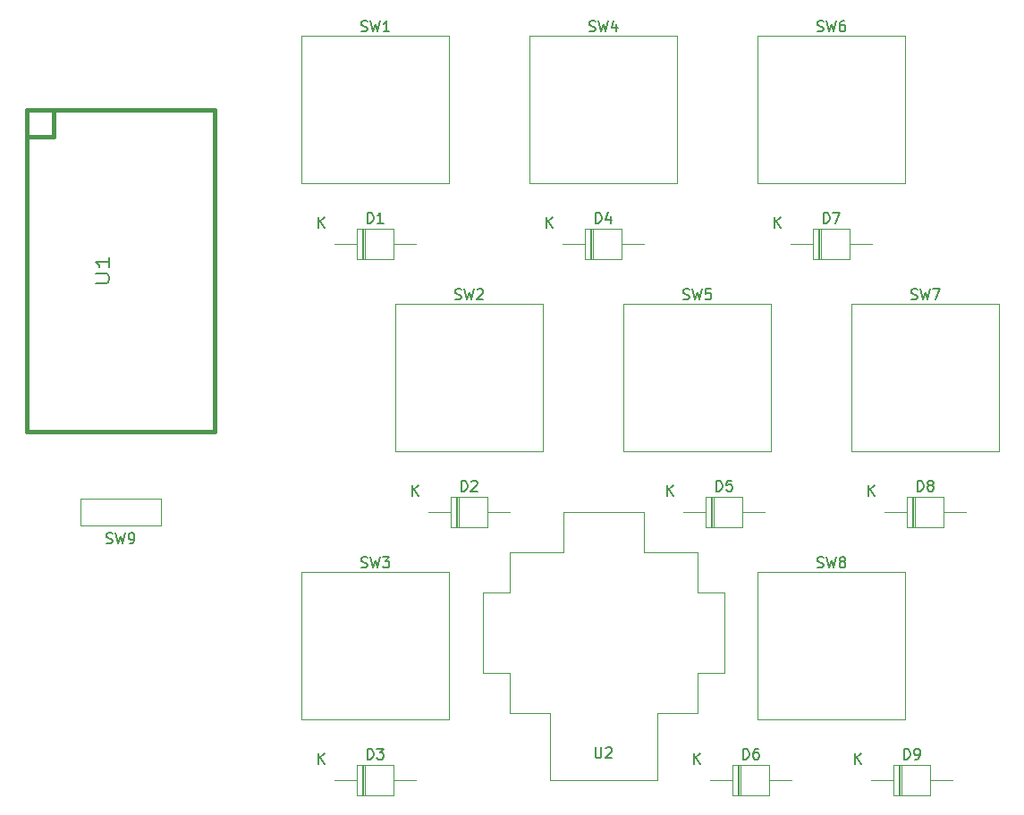
<source format=gbr>
G04 #@! TF.GenerationSoftware,KiCad,Pcbnew,5.1.4*
G04 #@! TF.CreationDate,2019-10-24T02:20:19+09:00*
G04 #@! TF.ProjectId,key_prac,6b65795f-7072-4616-932e-6b696361645f,rev?*
G04 #@! TF.SameCoordinates,PX3072580PY3dc4fd0*
G04 #@! TF.FileFunction,Legend,Top*
G04 #@! TF.FilePolarity,Positive*
%FSLAX46Y46*%
G04 Gerber Fmt 4.6, Leading zero omitted, Abs format (unit mm)*
G04 Created by KiCad (PCBNEW 5.1.4) date 2019-10-24 02:20:19*
%MOMM*%
%LPD*%
G04 APERTURE LIST*
%ADD10C,0.120000*%
%ADD11C,0.381000*%
%ADD12C,0.150000*%
%ADD13C,0.203200*%
G04 APERTURE END LIST*
D10*
X38735000Y-47625000D02*
X38735000Y-33655000D01*
X52705000Y-47625000D02*
X38735000Y-47625000D01*
X52705000Y-33655000D02*
X52705000Y-47625000D01*
X38735000Y-33655000D02*
X52705000Y-33655000D01*
X49530000Y-72390000D02*
X53340000Y-72390000D01*
X49530000Y-68580000D02*
X49530000Y-72390000D01*
X46990000Y-68580000D02*
X49530000Y-68580000D01*
X46990000Y-60960000D02*
X46990000Y-68580000D01*
X49530000Y-60960000D02*
X46990000Y-60960000D01*
X49530000Y-57150000D02*
X49530000Y-60960000D01*
X54610000Y-57150000D02*
X49530000Y-57150000D01*
X54610000Y-53340000D02*
X54610000Y-57150000D01*
X62230000Y-53340000D02*
X54610000Y-53340000D01*
X62230000Y-57150000D02*
X62230000Y-53340000D01*
X67310000Y-57150000D02*
X62230000Y-57150000D01*
X67310000Y-60960000D02*
X67310000Y-57150000D01*
X69850000Y-60960000D02*
X67310000Y-60960000D01*
X69850000Y-68580000D02*
X69850000Y-60960000D01*
X67310000Y-68580000D02*
X69850000Y-68580000D01*
X67310000Y-72390000D02*
X67310000Y-68580000D01*
X63500000Y-72390000D02*
X67310000Y-72390000D01*
X63500000Y-78740000D02*
X63500000Y-72390000D01*
X53340000Y-78740000D02*
X63500000Y-78740000D01*
X53340000Y-72390000D02*
X53340000Y-78740000D01*
X29845000Y-22225000D02*
X29845000Y-8255000D01*
X43815000Y-22225000D02*
X29845000Y-22225000D01*
X43815000Y-8255000D02*
X43815000Y-22225000D01*
X29845000Y-8255000D02*
X43815000Y-8255000D01*
D11*
X6350000Y-17780000D02*
X3810000Y-17780000D01*
X6350000Y-15240000D02*
X6350000Y-17780000D01*
X21590000Y-45720000D02*
X21590000Y-15240000D01*
X3810000Y-45720000D02*
X21590000Y-45720000D01*
X3810000Y-15240000D02*
X3810000Y-45720000D01*
X21590000Y-15240000D02*
X3810000Y-15240000D01*
D10*
X8890000Y-52070000D02*
X16510000Y-52070000D01*
X16510000Y-54610000D02*
X16510000Y-52070000D01*
X8890000Y-54610000D02*
X16510000Y-54610000D01*
X8890000Y-52070000D02*
X8890000Y-54610000D01*
X73025000Y-73025000D02*
X73025000Y-59055000D01*
X86995000Y-73025000D02*
X73025000Y-73025000D01*
X86995000Y-59055000D02*
X86995000Y-73025000D01*
X73025000Y-59055000D02*
X86995000Y-59055000D01*
X81915000Y-47625000D02*
X81915000Y-33655000D01*
X95885000Y-47625000D02*
X81915000Y-47625000D01*
X95885000Y-33655000D02*
X95885000Y-47625000D01*
X81915000Y-33655000D02*
X95885000Y-33655000D01*
X73025000Y-22225000D02*
X73025000Y-8255000D01*
X86995000Y-22225000D02*
X73025000Y-22225000D01*
X86995000Y-8255000D02*
X86995000Y-22225000D01*
X73025000Y-8255000D02*
X86995000Y-8255000D01*
X60325000Y-47625000D02*
X60325000Y-33655000D01*
X74295000Y-47625000D02*
X60325000Y-47625000D01*
X74295000Y-33655000D02*
X74295000Y-47625000D01*
X60325000Y-33655000D02*
X74295000Y-33655000D01*
X51435000Y-22225000D02*
X51435000Y-8255000D01*
X65405000Y-22225000D02*
X51435000Y-22225000D01*
X65405000Y-8255000D02*
X65405000Y-22225000D01*
X51435000Y-8255000D02*
X65405000Y-8255000D01*
X29845000Y-73025000D02*
X29845000Y-59055000D01*
X43815000Y-73025000D02*
X29845000Y-73025000D01*
X43815000Y-59055000D02*
X43815000Y-73025000D01*
X29845000Y-59055000D02*
X43815000Y-59055000D01*
X86390000Y-77320000D02*
X86390000Y-80160000D01*
X86630000Y-77320000D02*
X86630000Y-80160000D01*
X86510000Y-77320000D02*
X86510000Y-80160000D01*
X91470000Y-78740000D02*
X89350000Y-78740000D01*
X83790000Y-78740000D02*
X85910000Y-78740000D01*
X89350000Y-77320000D02*
X85910000Y-77320000D01*
X89350000Y-80160000D02*
X89350000Y-77320000D01*
X85910000Y-80160000D02*
X89350000Y-80160000D01*
X85910000Y-77320000D02*
X85910000Y-80160000D01*
X87660000Y-51920000D02*
X87660000Y-54760000D01*
X87900000Y-51920000D02*
X87900000Y-54760000D01*
X87780000Y-51920000D02*
X87780000Y-54760000D01*
X92740000Y-53340000D02*
X90620000Y-53340000D01*
X85060000Y-53340000D02*
X87180000Y-53340000D01*
X90620000Y-51920000D02*
X87180000Y-51920000D01*
X90620000Y-54760000D02*
X90620000Y-51920000D01*
X87180000Y-54760000D02*
X90620000Y-54760000D01*
X87180000Y-51920000D02*
X87180000Y-54760000D01*
X78770000Y-26520000D02*
X78770000Y-29360000D01*
X79010000Y-26520000D02*
X79010000Y-29360000D01*
X78890000Y-26520000D02*
X78890000Y-29360000D01*
X83850000Y-27940000D02*
X81730000Y-27940000D01*
X76170000Y-27940000D02*
X78290000Y-27940000D01*
X81730000Y-26520000D02*
X78290000Y-26520000D01*
X81730000Y-29360000D02*
X81730000Y-26520000D01*
X78290000Y-29360000D02*
X81730000Y-29360000D01*
X78290000Y-26520000D02*
X78290000Y-29360000D01*
X71150000Y-77320000D02*
X71150000Y-80160000D01*
X71390000Y-77320000D02*
X71390000Y-80160000D01*
X71270000Y-77320000D02*
X71270000Y-80160000D01*
X76230000Y-78740000D02*
X74110000Y-78740000D01*
X68550000Y-78740000D02*
X70670000Y-78740000D01*
X74110000Y-77320000D02*
X70670000Y-77320000D01*
X74110000Y-80160000D02*
X74110000Y-77320000D01*
X70670000Y-80160000D02*
X74110000Y-80160000D01*
X70670000Y-77320000D02*
X70670000Y-80160000D01*
X68610000Y-51920000D02*
X68610000Y-54760000D01*
X68850000Y-51920000D02*
X68850000Y-54760000D01*
X68730000Y-51920000D02*
X68730000Y-54760000D01*
X73690000Y-53340000D02*
X71570000Y-53340000D01*
X66010000Y-53340000D02*
X68130000Y-53340000D01*
X71570000Y-51920000D02*
X68130000Y-51920000D01*
X71570000Y-54760000D02*
X71570000Y-51920000D01*
X68130000Y-54760000D02*
X71570000Y-54760000D01*
X68130000Y-51920000D02*
X68130000Y-54760000D01*
X57180000Y-26520000D02*
X57180000Y-29360000D01*
X57420000Y-26520000D02*
X57420000Y-29360000D01*
X57300000Y-26520000D02*
X57300000Y-29360000D01*
X62260000Y-27940000D02*
X60140000Y-27940000D01*
X54580000Y-27940000D02*
X56700000Y-27940000D01*
X60140000Y-26520000D02*
X56700000Y-26520000D01*
X60140000Y-29360000D02*
X60140000Y-26520000D01*
X56700000Y-29360000D02*
X60140000Y-29360000D01*
X56700000Y-26520000D02*
X56700000Y-29360000D01*
X35590000Y-77320000D02*
X35590000Y-80160000D01*
X35830000Y-77320000D02*
X35830000Y-80160000D01*
X35710000Y-77320000D02*
X35710000Y-80160000D01*
X40670000Y-78740000D02*
X38550000Y-78740000D01*
X32990000Y-78740000D02*
X35110000Y-78740000D01*
X38550000Y-77320000D02*
X35110000Y-77320000D01*
X38550000Y-80160000D02*
X38550000Y-77320000D01*
X35110000Y-80160000D02*
X38550000Y-80160000D01*
X35110000Y-77320000D02*
X35110000Y-80160000D01*
X44480000Y-51920000D02*
X44480000Y-54760000D01*
X44720000Y-51920000D02*
X44720000Y-54760000D01*
X44600000Y-51920000D02*
X44600000Y-54760000D01*
X49560000Y-53340000D02*
X47440000Y-53340000D01*
X41880000Y-53340000D02*
X44000000Y-53340000D01*
X47440000Y-51920000D02*
X44000000Y-51920000D01*
X47440000Y-54760000D02*
X47440000Y-51920000D01*
X44000000Y-54760000D02*
X47440000Y-54760000D01*
X44000000Y-51920000D02*
X44000000Y-54760000D01*
X35590000Y-26520000D02*
X35590000Y-29360000D01*
X35830000Y-26520000D02*
X35830000Y-29360000D01*
X35710000Y-26520000D02*
X35710000Y-29360000D01*
X40670000Y-27940000D02*
X38550000Y-27940000D01*
X32990000Y-27940000D02*
X35110000Y-27940000D01*
X38550000Y-26520000D02*
X35110000Y-26520000D01*
X38550000Y-29360000D02*
X38550000Y-26520000D01*
X35110000Y-29360000D02*
X38550000Y-29360000D01*
X35110000Y-26520000D02*
X35110000Y-29360000D01*
D12*
X44386666Y-33170761D02*
X44529523Y-33218380D01*
X44767619Y-33218380D01*
X44862857Y-33170761D01*
X44910476Y-33123142D01*
X44958095Y-33027904D01*
X44958095Y-32932666D01*
X44910476Y-32837428D01*
X44862857Y-32789809D01*
X44767619Y-32742190D01*
X44577142Y-32694571D01*
X44481904Y-32646952D01*
X44434285Y-32599333D01*
X44386666Y-32504095D01*
X44386666Y-32408857D01*
X44434285Y-32313619D01*
X44481904Y-32266000D01*
X44577142Y-32218380D01*
X44815238Y-32218380D01*
X44958095Y-32266000D01*
X45291428Y-32218380D02*
X45529523Y-33218380D01*
X45720000Y-32504095D01*
X45910476Y-33218380D01*
X46148571Y-32218380D01*
X46481904Y-32313619D02*
X46529523Y-32266000D01*
X46624761Y-32218380D01*
X46862857Y-32218380D01*
X46958095Y-32266000D01*
X47005714Y-32313619D01*
X47053333Y-32408857D01*
X47053333Y-32504095D01*
X47005714Y-32646952D01*
X46434285Y-33218380D01*
X47053333Y-33218380D01*
X57658095Y-75652380D02*
X57658095Y-76461904D01*
X57705714Y-76557142D01*
X57753333Y-76604761D01*
X57848571Y-76652380D01*
X58039047Y-76652380D01*
X58134285Y-76604761D01*
X58181904Y-76557142D01*
X58229523Y-76461904D01*
X58229523Y-75652380D01*
X58658095Y-75747619D02*
X58705714Y-75700000D01*
X58800952Y-75652380D01*
X59039047Y-75652380D01*
X59134285Y-75700000D01*
X59181904Y-75747619D01*
X59229523Y-75842857D01*
X59229523Y-75938095D01*
X59181904Y-76080952D01*
X58610476Y-76652380D01*
X59229523Y-76652380D01*
X35496666Y-7770761D02*
X35639523Y-7818380D01*
X35877619Y-7818380D01*
X35972857Y-7770761D01*
X36020476Y-7723142D01*
X36068095Y-7627904D01*
X36068095Y-7532666D01*
X36020476Y-7437428D01*
X35972857Y-7389809D01*
X35877619Y-7342190D01*
X35687142Y-7294571D01*
X35591904Y-7246952D01*
X35544285Y-7199333D01*
X35496666Y-7104095D01*
X35496666Y-7008857D01*
X35544285Y-6913619D01*
X35591904Y-6866000D01*
X35687142Y-6818380D01*
X35925238Y-6818380D01*
X36068095Y-6866000D01*
X36401428Y-6818380D02*
X36639523Y-7818380D01*
X36830000Y-7104095D01*
X37020476Y-7818380D01*
X37258571Y-6818380D01*
X38163333Y-7818380D02*
X37591904Y-7818380D01*
X37877619Y-7818380D02*
X37877619Y-6818380D01*
X37782380Y-6961238D01*
X37687142Y-7056476D01*
X37591904Y-7104095D01*
D13*
X10379523Y-31641142D02*
X11407619Y-31641142D01*
X11528571Y-31568571D01*
X11589047Y-31496000D01*
X11649523Y-31350857D01*
X11649523Y-31060571D01*
X11589047Y-30915428D01*
X11528571Y-30842857D01*
X11407619Y-30770285D01*
X10379523Y-30770285D01*
X11649523Y-29246285D02*
X11649523Y-30117142D01*
X11649523Y-29681714D02*
X10379523Y-29681714D01*
X10560952Y-29826857D01*
X10681904Y-29972000D01*
X10742380Y-30117142D01*
D12*
X11366666Y-56284761D02*
X11509523Y-56332380D01*
X11747619Y-56332380D01*
X11842857Y-56284761D01*
X11890476Y-56237142D01*
X11938095Y-56141904D01*
X11938095Y-56046666D01*
X11890476Y-55951428D01*
X11842857Y-55903809D01*
X11747619Y-55856190D01*
X11557142Y-55808571D01*
X11461904Y-55760952D01*
X11414285Y-55713333D01*
X11366666Y-55618095D01*
X11366666Y-55522857D01*
X11414285Y-55427619D01*
X11461904Y-55380000D01*
X11557142Y-55332380D01*
X11795238Y-55332380D01*
X11938095Y-55380000D01*
X12271428Y-55332380D02*
X12509523Y-56332380D01*
X12700000Y-55618095D01*
X12890476Y-56332380D01*
X13128571Y-55332380D01*
X13557142Y-56332380D02*
X13747619Y-56332380D01*
X13842857Y-56284761D01*
X13890476Y-56237142D01*
X13985714Y-56094285D01*
X14033333Y-55903809D01*
X14033333Y-55522857D01*
X13985714Y-55427619D01*
X13938095Y-55380000D01*
X13842857Y-55332380D01*
X13652380Y-55332380D01*
X13557142Y-55380000D01*
X13509523Y-55427619D01*
X13461904Y-55522857D01*
X13461904Y-55760952D01*
X13509523Y-55856190D01*
X13557142Y-55903809D01*
X13652380Y-55951428D01*
X13842857Y-55951428D01*
X13938095Y-55903809D01*
X13985714Y-55856190D01*
X14033333Y-55760952D01*
X78676666Y-58570761D02*
X78819523Y-58618380D01*
X79057619Y-58618380D01*
X79152857Y-58570761D01*
X79200476Y-58523142D01*
X79248095Y-58427904D01*
X79248095Y-58332666D01*
X79200476Y-58237428D01*
X79152857Y-58189809D01*
X79057619Y-58142190D01*
X78867142Y-58094571D01*
X78771904Y-58046952D01*
X78724285Y-57999333D01*
X78676666Y-57904095D01*
X78676666Y-57808857D01*
X78724285Y-57713619D01*
X78771904Y-57666000D01*
X78867142Y-57618380D01*
X79105238Y-57618380D01*
X79248095Y-57666000D01*
X79581428Y-57618380D02*
X79819523Y-58618380D01*
X80010000Y-57904095D01*
X80200476Y-58618380D01*
X80438571Y-57618380D01*
X80962380Y-58046952D02*
X80867142Y-57999333D01*
X80819523Y-57951714D01*
X80771904Y-57856476D01*
X80771904Y-57808857D01*
X80819523Y-57713619D01*
X80867142Y-57666000D01*
X80962380Y-57618380D01*
X81152857Y-57618380D01*
X81248095Y-57666000D01*
X81295714Y-57713619D01*
X81343333Y-57808857D01*
X81343333Y-57856476D01*
X81295714Y-57951714D01*
X81248095Y-57999333D01*
X81152857Y-58046952D01*
X80962380Y-58046952D01*
X80867142Y-58094571D01*
X80819523Y-58142190D01*
X80771904Y-58237428D01*
X80771904Y-58427904D01*
X80819523Y-58523142D01*
X80867142Y-58570761D01*
X80962380Y-58618380D01*
X81152857Y-58618380D01*
X81248095Y-58570761D01*
X81295714Y-58523142D01*
X81343333Y-58427904D01*
X81343333Y-58237428D01*
X81295714Y-58142190D01*
X81248095Y-58094571D01*
X81152857Y-58046952D01*
X87566666Y-33170761D02*
X87709523Y-33218380D01*
X87947619Y-33218380D01*
X88042857Y-33170761D01*
X88090476Y-33123142D01*
X88138095Y-33027904D01*
X88138095Y-32932666D01*
X88090476Y-32837428D01*
X88042857Y-32789809D01*
X87947619Y-32742190D01*
X87757142Y-32694571D01*
X87661904Y-32646952D01*
X87614285Y-32599333D01*
X87566666Y-32504095D01*
X87566666Y-32408857D01*
X87614285Y-32313619D01*
X87661904Y-32266000D01*
X87757142Y-32218380D01*
X87995238Y-32218380D01*
X88138095Y-32266000D01*
X88471428Y-32218380D02*
X88709523Y-33218380D01*
X88900000Y-32504095D01*
X89090476Y-33218380D01*
X89328571Y-32218380D01*
X89614285Y-32218380D02*
X90280952Y-32218380D01*
X89852380Y-33218380D01*
X78676666Y-7770761D02*
X78819523Y-7818380D01*
X79057619Y-7818380D01*
X79152857Y-7770761D01*
X79200476Y-7723142D01*
X79248095Y-7627904D01*
X79248095Y-7532666D01*
X79200476Y-7437428D01*
X79152857Y-7389809D01*
X79057619Y-7342190D01*
X78867142Y-7294571D01*
X78771904Y-7246952D01*
X78724285Y-7199333D01*
X78676666Y-7104095D01*
X78676666Y-7008857D01*
X78724285Y-6913619D01*
X78771904Y-6866000D01*
X78867142Y-6818380D01*
X79105238Y-6818380D01*
X79248095Y-6866000D01*
X79581428Y-6818380D02*
X79819523Y-7818380D01*
X80010000Y-7104095D01*
X80200476Y-7818380D01*
X80438571Y-6818380D01*
X81248095Y-6818380D02*
X81057619Y-6818380D01*
X80962380Y-6866000D01*
X80914761Y-6913619D01*
X80819523Y-7056476D01*
X80771904Y-7246952D01*
X80771904Y-7627904D01*
X80819523Y-7723142D01*
X80867142Y-7770761D01*
X80962380Y-7818380D01*
X81152857Y-7818380D01*
X81248095Y-7770761D01*
X81295714Y-7723142D01*
X81343333Y-7627904D01*
X81343333Y-7389809D01*
X81295714Y-7294571D01*
X81248095Y-7246952D01*
X81152857Y-7199333D01*
X80962380Y-7199333D01*
X80867142Y-7246952D01*
X80819523Y-7294571D01*
X80771904Y-7389809D01*
X65976666Y-33170761D02*
X66119523Y-33218380D01*
X66357619Y-33218380D01*
X66452857Y-33170761D01*
X66500476Y-33123142D01*
X66548095Y-33027904D01*
X66548095Y-32932666D01*
X66500476Y-32837428D01*
X66452857Y-32789809D01*
X66357619Y-32742190D01*
X66167142Y-32694571D01*
X66071904Y-32646952D01*
X66024285Y-32599333D01*
X65976666Y-32504095D01*
X65976666Y-32408857D01*
X66024285Y-32313619D01*
X66071904Y-32266000D01*
X66167142Y-32218380D01*
X66405238Y-32218380D01*
X66548095Y-32266000D01*
X66881428Y-32218380D02*
X67119523Y-33218380D01*
X67310000Y-32504095D01*
X67500476Y-33218380D01*
X67738571Y-32218380D01*
X68595714Y-32218380D02*
X68119523Y-32218380D01*
X68071904Y-32694571D01*
X68119523Y-32646952D01*
X68214761Y-32599333D01*
X68452857Y-32599333D01*
X68548095Y-32646952D01*
X68595714Y-32694571D01*
X68643333Y-32789809D01*
X68643333Y-33027904D01*
X68595714Y-33123142D01*
X68548095Y-33170761D01*
X68452857Y-33218380D01*
X68214761Y-33218380D01*
X68119523Y-33170761D01*
X68071904Y-33123142D01*
X57086666Y-7770761D02*
X57229523Y-7818380D01*
X57467619Y-7818380D01*
X57562857Y-7770761D01*
X57610476Y-7723142D01*
X57658095Y-7627904D01*
X57658095Y-7532666D01*
X57610476Y-7437428D01*
X57562857Y-7389809D01*
X57467619Y-7342190D01*
X57277142Y-7294571D01*
X57181904Y-7246952D01*
X57134285Y-7199333D01*
X57086666Y-7104095D01*
X57086666Y-7008857D01*
X57134285Y-6913619D01*
X57181904Y-6866000D01*
X57277142Y-6818380D01*
X57515238Y-6818380D01*
X57658095Y-6866000D01*
X57991428Y-6818380D02*
X58229523Y-7818380D01*
X58420000Y-7104095D01*
X58610476Y-7818380D01*
X58848571Y-6818380D01*
X59658095Y-7151714D02*
X59658095Y-7818380D01*
X59420000Y-6770761D02*
X59181904Y-7485047D01*
X59800952Y-7485047D01*
X35496666Y-58570761D02*
X35639523Y-58618380D01*
X35877619Y-58618380D01*
X35972857Y-58570761D01*
X36020476Y-58523142D01*
X36068095Y-58427904D01*
X36068095Y-58332666D01*
X36020476Y-58237428D01*
X35972857Y-58189809D01*
X35877619Y-58142190D01*
X35687142Y-58094571D01*
X35591904Y-58046952D01*
X35544285Y-57999333D01*
X35496666Y-57904095D01*
X35496666Y-57808857D01*
X35544285Y-57713619D01*
X35591904Y-57666000D01*
X35687142Y-57618380D01*
X35925238Y-57618380D01*
X36068095Y-57666000D01*
X36401428Y-57618380D02*
X36639523Y-58618380D01*
X36830000Y-57904095D01*
X37020476Y-58618380D01*
X37258571Y-57618380D01*
X37544285Y-57618380D02*
X38163333Y-57618380D01*
X37830000Y-57999333D01*
X37972857Y-57999333D01*
X38068095Y-58046952D01*
X38115714Y-58094571D01*
X38163333Y-58189809D01*
X38163333Y-58427904D01*
X38115714Y-58523142D01*
X38068095Y-58570761D01*
X37972857Y-58618380D01*
X37687142Y-58618380D01*
X37591904Y-58570761D01*
X37544285Y-58523142D01*
X86891904Y-76772380D02*
X86891904Y-75772380D01*
X87130000Y-75772380D01*
X87272857Y-75820000D01*
X87368095Y-75915238D01*
X87415714Y-76010476D01*
X87463333Y-76200952D01*
X87463333Y-76343809D01*
X87415714Y-76534285D01*
X87368095Y-76629523D01*
X87272857Y-76724761D01*
X87130000Y-76772380D01*
X86891904Y-76772380D01*
X87939523Y-76772380D02*
X88130000Y-76772380D01*
X88225238Y-76724761D01*
X88272857Y-76677142D01*
X88368095Y-76534285D01*
X88415714Y-76343809D01*
X88415714Y-75962857D01*
X88368095Y-75867619D01*
X88320476Y-75820000D01*
X88225238Y-75772380D01*
X88034761Y-75772380D01*
X87939523Y-75820000D01*
X87891904Y-75867619D01*
X87844285Y-75962857D01*
X87844285Y-76200952D01*
X87891904Y-76296190D01*
X87939523Y-76343809D01*
X88034761Y-76391428D01*
X88225238Y-76391428D01*
X88320476Y-76343809D01*
X88368095Y-76296190D01*
X88415714Y-76200952D01*
X82288095Y-77192380D02*
X82288095Y-76192380D01*
X82859523Y-77192380D02*
X82430952Y-76620952D01*
X82859523Y-76192380D02*
X82288095Y-76763809D01*
X88161904Y-51372380D02*
X88161904Y-50372380D01*
X88400000Y-50372380D01*
X88542857Y-50420000D01*
X88638095Y-50515238D01*
X88685714Y-50610476D01*
X88733333Y-50800952D01*
X88733333Y-50943809D01*
X88685714Y-51134285D01*
X88638095Y-51229523D01*
X88542857Y-51324761D01*
X88400000Y-51372380D01*
X88161904Y-51372380D01*
X89304761Y-50800952D02*
X89209523Y-50753333D01*
X89161904Y-50705714D01*
X89114285Y-50610476D01*
X89114285Y-50562857D01*
X89161904Y-50467619D01*
X89209523Y-50420000D01*
X89304761Y-50372380D01*
X89495238Y-50372380D01*
X89590476Y-50420000D01*
X89638095Y-50467619D01*
X89685714Y-50562857D01*
X89685714Y-50610476D01*
X89638095Y-50705714D01*
X89590476Y-50753333D01*
X89495238Y-50800952D01*
X89304761Y-50800952D01*
X89209523Y-50848571D01*
X89161904Y-50896190D01*
X89114285Y-50991428D01*
X89114285Y-51181904D01*
X89161904Y-51277142D01*
X89209523Y-51324761D01*
X89304761Y-51372380D01*
X89495238Y-51372380D01*
X89590476Y-51324761D01*
X89638095Y-51277142D01*
X89685714Y-51181904D01*
X89685714Y-50991428D01*
X89638095Y-50896190D01*
X89590476Y-50848571D01*
X89495238Y-50800952D01*
X83558095Y-51792380D02*
X83558095Y-50792380D01*
X84129523Y-51792380D02*
X83700952Y-51220952D01*
X84129523Y-50792380D02*
X83558095Y-51363809D01*
X79271904Y-25972380D02*
X79271904Y-24972380D01*
X79510000Y-24972380D01*
X79652857Y-25020000D01*
X79748095Y-25115238D01*
X79795714Y-25210476D01*
X79843333Y-25400952D01*
X79843333Y-25543809D01*
X79795714Y-25734285D01*
X79748095Y-25829523D01*
X79652857Y-25924761D01*
X79510000Y-25972380D01*
X79271904Y-25972380D01*
X80176666Y-24972380D02*
X80843333Y-24972380D01*
X80414761Y-25972380D01*
X74668095Y-26392380D02*
X74668095Y-25392380D01*
X75239523Y-26392380D02*
X74810952Y-25820952D01*
X75239523Y-25392380D02*
X74668095Y-25963809D01*
X71651904Y-76772380D02*
X71651904Y-75772380D01*
X71890000Y-75772380D01*
X72032857Y-75820000D01*
X72128095Y-75915238D01*
X72175714Y-76010476D01*
X72223333Y-76200952D01*
X72223333Y-76343809D01*
X72175714Y-76534285D01*
X72128095Y-76629523D01*
X72032857Y-76724761D01*
X71890000Y-76772380D01*
X71651904Y-76772380D01*
X73080476Y-75772380D02*
X72890000Y-75772380D01*
X72794761Y-75820000D01*
X72747142Y-75867619D01*
X72651904Y-76010476D01*
X72604285Y-76200952D01*
X72604285Y-76581904D01*
X72651904Y-76677142D01*
X72699523Y-76724761D01*
X72794761Y-76772380D01*
X72985238Y-76772380D01*
X73080476Y-76724761D01*
X73128095Y-76677142D01*
X73175714Y-76581904D01*
X73175714Y-76343809D01*
X73128095Y-76248571D01*
X73080476Y-76200952D01*
X72985238Y-76153333D01*
X72794761Y-76153333D01*
X72699523Y-76200952D01*
X72651904Y-76248571D01*
X72604285Y-76343809D01*
X67048095Y-77192380D02*
X67048095Y-76192380D01*
X67619523Y-77192380D02*
X67190952Y-76620952D01*
X67619523Y-76192380D02*
X67048095Y-76763809D01*
X69111904Y-51372380D02*
X69111904Y-50372380D01*
X69350000Y-50372380D01*
X69492857Y-50420000D01*
X69588095Y-50515238D01*
X69635714Y-50610476D01*
X69683333Y-50800952D01*
X69683333Y-50943809D01*
X69635714Y-51134285D01*
X69588095Y-51229523D01*
X69492857Y-51324761D01*
X69350000Y-51372380D01*
X69111904Y-51372380D01*
X70588095Y-50372380D02*
X70111904Y-50372380D01*
X70064285Y-50848571D01*
X70111904Y-50800952D01*
X70207142Y-50753333D01*
X70445238Y-50753333D01*
X70540476Y-50800952D01*
X70588095Y-50848571D01*
X70635714Y-50943809D01*
X70635714Y-51181904D01*
X70588095Y-51277142D01*
X70540476Y-51324761D01*
X70445238Y-51372380D01*
X70207142Y-51372380D01*
X70111904Y-51324761D01*
X70064285Y-51277142D01*
X64508095Y-51792380D02*
X64508095Y-50792380D01*
X65079523Y-51792380D02*
X64650952Y-51220952D01*
X65079523Y-50792380D02*
X64508095Y-51363809D01*
X57681904Y-25972380D02*
X57681904Y-24972380D01*
X57920000Y-24972380D01*
X58062857Y-25020000D01*
X58158095Y-25115238D01*
X58205714Y-25210476D01*
X58253333Y-25400952D01*
X58253333Y-25543809D01*
X58205714Y-25734285D01*
X58158095Y-25829523D01*
X58062857Y-25924761D01*
X57920000Y-25972380D01*
X57681904Y-25972380D01*
X59110476Y-25305714D02*
X59110476Y-25972380D01*
X58872380Y-24924761D02*
X58634285Y-25639047D01*
X59253333Y-25639047D01*
X53078095Y-26392380D02*
X53078095Y-25392380D01*
X53649523Y-26392380D02*
X53220952Y-25820952D01*
X53649523Y-25392380D02*
X53078095Y-25963809D01*
X36091904Y-76772380D02*
X36091904Y-75772380D01*
X36330000Y-75772380D01*
X36472857Y-75820000D01*
X36568095Y-75915238D01*
X36615714Y-76010476D01*
X36663333Y-76200952D01*
X36663333Y-76343809D01*
X36615714Y-76534285D01*
X36568095Y-76629523D01*
X36472857Y-76724761D01*
X36330000Y-76772380D01*
X36091904Y-76772380D01*
X36996666Y-75772380D02*
X37615714Y-75772380D01*
X37282380Y-76153333D01*
X37425238Y-76153333D01*
X37520476Y-76200952D01*
X37568095Y-76248571D01*
X37615714Y-76343809D01*
X37615714Y-76581904D01*
X37568095Y-76677142D01*
X37520476Y-76724761D01*
X37425238Y-76772380D01*
X37139523Y-76772380D01*
X37044285Y-76724761D01*
X36996666Y-76677142D01*
X31488095Y-77192380D02*
X31488095Y-76192380D01*
X32059523Y-77192380D02*
X31630952Y-76620952D01*
X32059523Y-76192380D02*
X31488095Y-76763809D01*
X44981904Y-51372380D02*
X44981904Y-50372380D01*
X45220000Y-50372380D01*
X45362857Y-50420000D01*
X45458095Y-50515238D01*
X45505714Y-50610476D01*
X45553333Y-50800952D01*
X45553333Y-50943809D01*
X45505714Y-51134285D01*
X45458095Y-51229523D01*
X45362857Y-51324761D01*
X45220000Y-51372380D01*
X44981904Y-51372380D01*
X45934285Y-50467619D02*
X45981904Y-50420000D01*
X46077142Y-50372380D01*
X46315238Y-50372380D01*
X46410476Y-50420000D01*
X46458095Y-50467619D01*
X46505714Y-50562857D01*
X46505714Y-50658095D01*
X46458095Y-50800952D01*
X45886666Y-51372380D01*
X46505714Y-51372380D01*
X40378095Y-51792380D02*
X40378095Y-50792380D01*
X40949523Y-51792380D02*
X40520952Y-51220952D01*
X40949523Y-50792380D02*
X40378095Y-51363809D01*
X36091904Y-25972380D02*
X36091904Y-24972380D01*
X36330000Y-24972380D01*
X36472857Y-25020000D01*
X36568095Y-25115238D01*
X36615714Y-25210476D01*
X36663333Y-25400952D01*
X36663333Y-25543809D01*
X36615714Y-25734285D01*
X36568095Y-25829523D01*
X36472857Y-25924761D01*
X36330000Y-25972380D01*
X36091904Y-25972380D01*
X37615714Y-25972380D02*
X37044285Y-25972380D01*
X37330000Y-25972380D02*
X37330000Y-24972380D01*
X37234761Y-25115238D01*
X37139523Y-25210476D01*
X37044285Y-25258095D01*
X31488095Y-26392380D02*
X31488095Y-25392380D01*
X32059523Y-26392380D02*
X31630952Y-25820952D01*
X32059523Y-25392380D02*
X31488095Y-25963809D01*
M02*

</source>
